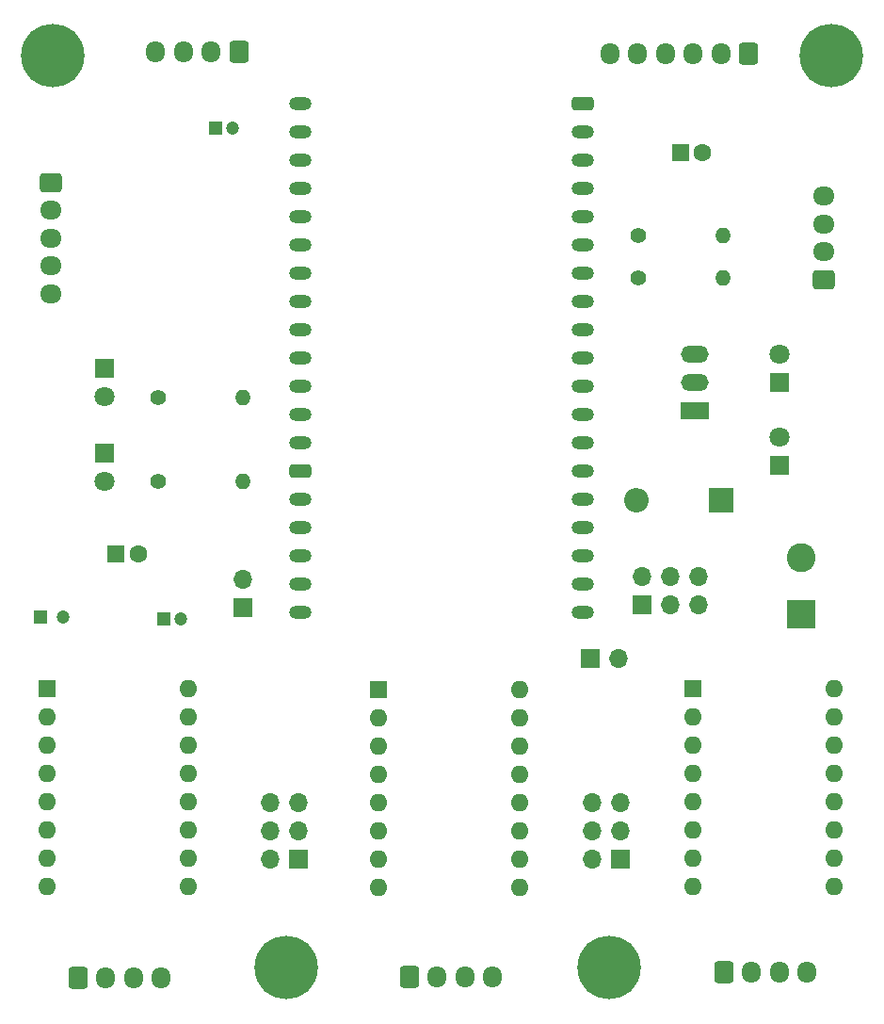
<source format=gbr>
%TF.GenerationSoftware,KiCad,Pcbnew,(6.0.5)*%
%TF.CreationDate,2023-01-24T10:12:54+01:00*%
%TF.ProjectId,Zeichenmaschine,5a656963-6865-46e6-9d61-736368696e65,rev?*%
%TF.SameCoordinates,Original*%
%TF.FileFunction,Soldermask,Bot*%
%TF.FilePolarity,Negative*%
%FSLAX46Y46*%
G04 Gerber Fmt 4.6, Leading zero omitted, Abs format (unit mm)*
G04 Created by KiCad (PCBNEW (6.0.5)) date 2023-01-24 10:12:54*
%MOMM*%
%LPD*%
G01*
G04 APERTURE LIST*
G04 Aperture macros list*
%AMRoundRect*
0 Rectangle with rounded corners*
0 $1 Rounding radius*
0 $2 $3 $4 $5 $6 $7 $8 $9 X,Y pos of 4 corners*
0 Add a 4 corners polygon primitive as box body*
4,1,4,$2,$3,$4,$5,$6,$7,$8,$9,$2,$3,0*
0 Add four circle primitives for the rounded corners*
1,1,$1+$1,$2,$3*
1,1,$1+$1,$4,$5*
1,1,$1+$1,$6,$7*
1,1,$1+$1,$8,$9*
0 Add four rect primitives between the rounded corners*
20,1,$1+$1,$2,$3,$4,$5,0*
20,1,$1+$1,$4,$5,$6,$7,0*
20,1,$1+$1,$6,$7,$8,$9,0*
20,1,$1+$1,$8,$9,$2,$3,0*%
G04 Aperture macros list end*
%ADD10R,1.700000X1.700000*%
%ADD11O,1.700000X1.700000*%
%ADD12R,1.200000X1.200000*%
%ADD13C,1.200000*%
%ADD14C,5.700000*%
%ADD15RoundRect,0.250000X-0.600000X-0.725000X0.600000X-0.725000X0.600000X0.725000X-0.600000X0.725000X0*%
%ADD16O,1.700000X1.950000*%
%ADD17C,1.400000*%
%ADD18O,1.400000X1.400000*%
%ADD19R,2.500000X1.500000*%
%ADD20O,2.500000X1.500000*%
%ADD21R,1.600000X1.600000*%
%ADD22O,1.600000X1.600000*%
%ADD23RoundRect,0.250000X-0.725000X0.600000X-0.725000X-0.600000X0.725000X-0.600000X0.725000X0.600000X0*%
%ADD24O,1.950000X1.700000*%
%ADD25RoundRect,0.250000X0.600000X0.725000X-0.600000X0.725000X-0.600000X-0.725000X0.600000X-0.725000X0*%
%ADD26O,2.000000X1.200000*%
%ADD27RoundRect,0.300000X-0.700000X0.300000X-0.700000X-0.300000X0.700000X-0.300000X0.700000X0.300000X0*%
%ADD28R,1.800000X1.800000*%
%ADD29C,1.800000*%
%ADD30R,2.200000X2.200000*%
%ADD31O,2.200000X2.200000*%
%ADD32C,1.600000*%
%ADD33RoundRect,0.250000X0.725000X-0.600000X0.725000X0.600000X-0.725000X0.600000X-0.725000X-0.600000X0*%
%ADD34R,2.600000X2.600000*%
%ADD35C,2.600000*%
G04 APERTURE END LIST*
D10*
%TO.C,J14*%
X150375000Y-126210000D03*
D11*
X147835000Y-126210000D03*
X150375000Y-123670000D03*
X147835000Y-123670000D03*
X150375000Y-121130000D03*
X147835000Y-121130000D03*
%TD*%
D10*
%TO.C,J12*%
X176625000Y-108200000D03*
D11*
X179165000Y-108200000D03*
%TD*%
D12*
%TO.C,C5*%
X142977401Y-60500000D03*
D13*
X144477401Y-60500000D03*
%TD*%
D14*
%TO.C,H4*%
X198300000Y-54000000D03*
%TD*%
D10*
%TO.C,J6*%
X179375000Y-126225000D03*
D11*
X176835000Y-126225000D03*
X179375000Y-123685000D03*
X176835000Y-123685000D03*
X179375000Y-121145000D03*
X176835000Y-121145000D03*
%TD*%
D15*
%TO.C,J3*%
X160350000Y-136800000D03*
D16*
X162850000Y-136800000D03*
X165350000Y-136800000D03*
X167850000Y-136800000D03*
%TD*%
D17*
%TO.C,R3*%
X137790000Y-84700000D03*
D18*
X145410000Y-84700000D03*
%TD*%
D17*
%TO.C,R2*%
X180990000Y-74000000D03*
D18*
X188610000Y-74000000D03*
%TD*%
D14*
%TO.C,H1*%
X149300000Y-136000000D03*
%TD*%
%TO.C,H2*%
X178300000Y-136000000D03*
%TD*%
D19*
%TO.C,U1*%
X186082500Y-85932500D03*
D20*
X186082500Y-83392500D03*
X186082500Y-80852500D03*
%TD*%
D10*
%TO.C,J10*%
X145400000Y-103600000D03*
D11*
X145400000Y-101060000D03*
%TD*%
D21*
%TO.C,A2*%
X157560000Y-111010000D03*
D22*
X157560000Y-113550000D03*
X157560000Y-116090000D03*
X157560000Y-118630000D03*
X157560000Y-121170000D03*
X157560000Y-123710000D03*
X157560000Y-126250000D03*
X157560000Y-128790000D03*
X170260000Y-128790000D03*
X170260000Y-126250000D03*
X170260000Y-123710000D03*
X170260000Y-121170000D03*
X170260000Y-118630000D03*
X170260000Y-116090000D03*
X170260000Y-113550000D03*
X170260000Y-111010000D03*
%TD*%
D23*
%TO.C,J1*%
X128100000Y-65400000D03*
D24*
X128100000Y-67900000D03*
X128100000Y-70400000D03*
X128100000Y-72900000D03*
X128100000Y-75400000D03*
%TD*%
D21*
%TO.C,A3*%
X127760000Y-110910000D03*
D22*
X127760000Y-113450000D03*
X127760000Y-115990000D03*
X127760000Y-118530000D03*
X127760000Y-121070000D03*
X127760000Y-123610000D03*
X127760000Y-126150000D03*
X127760000Y-128690000D03*
X140460000Y-128690000D03*
X140460000Y-126150000D03*
X140460000Y-123610000D03*
X140460000Y-121070000D03*
X140460000Y-118530000D03*
X140460000Y-115990000D03*
X140460000Y-113450000D03*
X140460000Y-110910000D03*
%TD*%
D25*
%TO.C,J11*%
X145050000Y-53700000D03*
D16*
X142550000Y-53700000D03*
X140050000Y-53700000D03*
X137550000Y-53700000D03*
%TD*%
D26*
%TO.C,U4*%
X150600000Y-58296560D03*
X150600000Y-60836560D03*
X150600000Y-63376560D03*
X150600000Y-65916560D03*
X150600000Y-68456560D03*
X150600000Y-70996560D03*
X150600000Y-73536560D03*
X150600000Y-76076560D03*
X150600000Y-78616560D03*
X150600000Y-81156560D03*
X150600000Y-83696560D03*
X150600000Y-86236560D03*
X150600000Y-88776560D03*
D27*
X150600000Y-91316560D03*
D26*
X150600000Y-93856560D03*
X150600000Y-96396560D03*
X150600000Y-98936560D03*
X150600000Y-101476560D03*
X150600000Y-104016560D03*
X175996320Y-104013840D03*
X175996320Y-101473840D03*
X176000000Y-98936560D03*
X176000000Y-96396560D03*
X176000000Y-93856560D03*
X176000000Y-91316560D03*
X176000000Y-88776560D03*
X176000000Y-86236560D03*
X176000000Y-83696560D03*
X176000000Y-81156560D03*
X176000000Y-78616560D03*
X176000000Y-76076560D03*
X176000000Y-73536560D03*
X176000000Y-70996560D03*
X176000000Y-68456560D03*
X176000000Y-65916560D03*
X176000000Y-63376560D03*
X176000000Y-60836560D03*
D27*
X176000000Y-58296560D03*
%TD*%
D17*
%TO.C,R1*%
X180990000Y-70200000D03*
D18*
X188610000Y-70200000D03*
%TD*%
D14*
%TO.C,H3*%
X128300000Y-54000000D03*
%TD*%
D10*
%TO.C,J7*%
X181275000Y-103375000D03*
D11*
X181275000Y-100835000D03*
X183815000Y-103375000D03*
X183815000Y-100835000D03*
X186355000Y-103375000D03*
X186355000Y-100835000D03*
%TD*%
D21*
%TO.C,A1*%
X185860000Y-110910000D03*
D22*
X185860000Y-113450000D03*
X185860000Y-115990000D03*
X185860000Y-118530000D03*
X185860000Y-121070000D03*
X185860000Y-123610000D03*
X185860000Y-126150000D03*
X185860000Y-128690000D03*
X198560000Y-128690000D03*
X198560000Y-126150000D03*
X198560000Y-123610000D03*
X198560000Y-121070000D03*
X198560000Y-118530000D03*
X198560000Y-115990000D03*
X198560000Y-113450000D03*
X198560000Y-110910000D03*
%TD*%
D25*
%TO.C,J9*%
X190900000Y-53800000D03*
D16*
X188400000Y-53800000D03*
X185900000Y-53800000D03*
X183400000Y-53800000D03*
X180900000Y-53800000D03*
X178400000Y-53800000D03*
%TD*%
D28*
%TO.C,D2*%
X193675000Y-90850000D03*
D29*
X193675000Y-88310000D03*
%TD*%
D28*
%TO.C,D1*%
X193675000Y-83350000D03*
D29*
X193675000Y-80810000D03*
%TD*%
D30*
%TO.C,D5*%
X188410000Y-94000000D03*
D31*
X180790000Y-94000000D03*
%TD*%
D15*
%TO.C,J15*%
X130550000Y-136900000D03*
D16*
X133050000Y-136900000D03*
X135550000Y-136900000D03*
X138050000Y-136900000D03*
%TD*%
D17*
%TO.C,R4*%
X137790000Y-92300000D03*
D18*
X145410000Y-92300000D03*
%TD*%
D21*
%TO.C,C1*%
X184744888Y-62700000D03*
D32*
X186744888Y-62700000D03*
%TD*%
D12*
%TO.C,C6*%
X127227401Y-104500000D03*
D13*
X129227401Y-104500000D03*
%TD*%
D12*
%TO.C,C4*%
X138277401Y-104600000D03*
D13*
X139777401Y-104600000D03*
%TD*%
D15*
%TO.C,J2*%
X188650000Y-136400000D03*
D16*
X191150000Y-136400000D03*
X193650000Y-136400000D03*
X196150000Y-136400000D03*
%TD*%
D33*
%TO.C,J5*%
X197600000Y-74150000D03*
D24*
X197600000Y-71650000D03*
X197600000Y-69150000D03*
X197600000Y-66650000D03*
%TD*%
D28*
%TO.C,D3*%
X132925000Y-82150000D03*
D29*
X132925000Y-84690000D03*
%TD*%
D21*
%TO.C,C2*%
X134000000Y-98800000D03*
D32*
X136000000Y-98800000D03*
%TD*%
D28*
%TO.C,D4*%
X132925000Y-89750000D03*
D29*
X132925000Y-92290000D03*
%TD*%
D34*
%TO.C,J4*%
X195600000Y-104200000D03*
D35*
X195600000Y-99120000D03*
%TD*%
M02*

</source>
